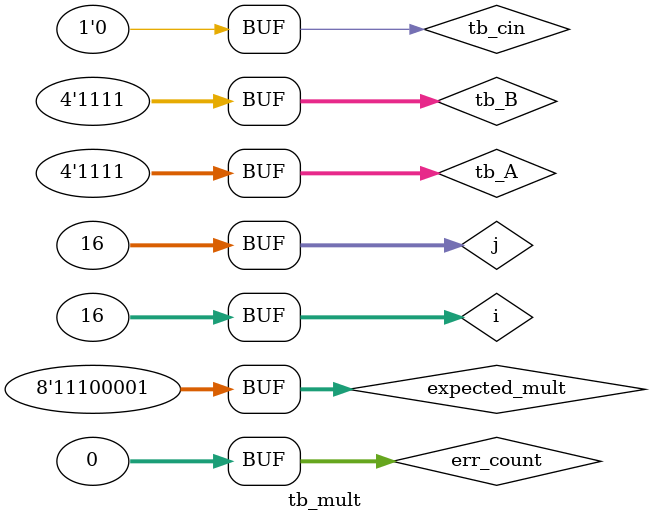
<source format=v>
module tb_mult;

    integer err_count = 0;
    integer i, j;
    reg [3:0] tb_A, tb_B;
    wire tb_cout;
    wire [7:0] tb_mult;
    reg tb_cin = 0;
    reg [7:0] expected_mult;
    
    unsigned_int_multiplier U1(tb_A, tb_B, tb_cin, tb_cout, tb_mult);
    
    initial begin
        for(i = 0; i < 16; i = i+1)
        begin
            tb_A = i;
            for(j = 0; j < 16; j = j+1)
            begin
                tb_B = j;
                expected_mult = tb_A * tb_B;
                    #6
                    if(tb_mult != expected_mult)
                    begin
                        err_count = err_count + 1;
                end
            end 
        end
    end

endmodule

</source>
